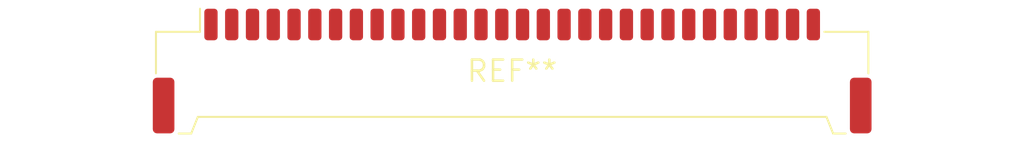
<source format=kicad_pcb>
(kicad_pcb (version 20240108) (generator pcbnew)
  (layers (0 "F.Cu" signal) (31 "B.Cu" signal) (34 "B.Paste" user) (35 "F.Paste" user) (36 "B.SilkS" user "B.Silkscreen") (37 "F.SilkS" user "F.Silkscreen") (38 "B.Mask" user) (39 "F.Mask" user) (44 "Edge.Cuts" user))
  (net 0 "")
  (footprint "Molex_Panelmate_53780-3070_1x30-1MP_P1.25mm_Horizontal" (layer "F.Cu") (at 0 0)
    (property "Reference" "REF**")
    (property "Value" "Molex_Panelmate_53780-3070_1x30-1MP_P1.25mm_Horizontal")
    (fp_line (start -21.435 -2.36) (end -18.785 -2.36) (layer "F.SilkS") (stroke (width 0.12)))
    (fp_line (start -21.435 0.14) (end -21.435 -2.36) (layer "F.SilkS") (stroke (width 0.12)))
    (fp_line (start -20.065 3.76) (end -19.315 3.76) (layer "F.SilkS") (stroke (width 0.12)))
    (fp_line (start -19.315 3.76) (end -18.915 2.76) (layer "F.SilkS") (stroke (width 0.12)))
    (fp_line (start -18.915 2.76) (end 18.915 2.76) (layer "F.SilkS") (stroke (width 0.12)))
    (fp_line (start -18.785 -2.36) (end -18.785 -3.75) (layer "F.SilkS") (stroke (width 0.12)))
    (fp_line (start 18.915 2.76) (end 19.315 3.76) (layer "F.SilkS") (stroke (width 0.12)))
    (fp_line (start 19.315 3.76) (end 20.065 3.76) (layer "F.SilkS") (stroke (width 0.12)))
    (fp_line (start 21.435 -2.36) (end 18.785 -2.36) (layer "F.SilkS") (stroke (width 0.12)))
    (fp_line (start 21.435 0.14) (end 21.435 -2.36) (layer "F.SilkS") (stroke (width 0.12)))
    (pad "1" smd roundrect (at -18.125 -2.8) (size 0.8 1.9) (layers "F.Cu" "F.Paste" "F.Mask"))
    (pad "2" smd roundrect (at -16.875 -2.8) (size 0.8 1.9) (layers "F.Cu" "F.Paste" "F.Mask"))
    (pad "3" smd roundrect (at -15.625 -2.8) (size 0.8 1.9) (layers "F.Cu" "F.Paste" "F.Mask"))
    (pad "4" smd roundrect (at -14.375 -2.8) (size 0.8 1.9) (layers "F.Cu" "F.Paste" "F.Mask"))
    (pad "5" smd roundrect (at -13.125 -2.8) (size 0.8 1.9) (layers "F.Cu" "F.Paste" "F.Mask"))
    (pad "6" smd roundrect (at -11.875 -2.8) (size 0.8 1.9) (layers "F.Cu" "F.Paste" "F.Mask"))
    (pad "7" smd roundrect (at -10.625 -2.8) (size 0.8 1.9) (layers "F.Cu" "F.Paste" "F.Mask"))
    (pad "8" smd roundrect (at -9.375 -2.8) (size 0.8 1.9) (layers "F.Cu" "F.Paste" "F.Mask"))
    (pad "9" smd roundrect (at -8.125 -2.8) (size 0.8 1.9) (layers "F.Cu" "F.Paste" "F.Mask"))
    (pad "10" smd roundrect (at -6.875 -2.8) (size 0.8 1.9) (layers "F.Cu" "F.Paste" "F.Mask"))
    (pad "11" smd roundrect (at -5.625 -2.8) (size 0.8 1.9) (layers "F.Cu" "F.Paste" "F.Mask"))
    (pad "12" smd roundrect (at -4.375 -2.8) (size 0.8 1.9) (layers "F.Cu" "F.Paste" "F.Mask"))
    (pad "13" smd roundrect (at -3.125 -2.8) (size 0.8 1.9) (layers "F.Cu" "F.Paste" "F.Mask"))
    (pad "14" smd roundrect (at -1.875 -2.8) (size 0.8 1.9) (layers "F.Cu" "F.Paste" "F.Mask"))
    (pad "15" smd roundrect (at -0.625 -2.8) (size 0.8 1.9) (layers "F.Cu" "F.Paste" "F.Mask"))
    (pad "16" smd roundrect (at 0.625 -2.8) (size 0.8 1.9) (layers "F.Cu" "F.Paste" "F.Mask"))
    (pad "17" smd roundrect (at 1.875 -2.8) (size 0.8 1.9) (layers "F.Cu" "F.Paste" "F.Mask"))
    (pad "18" smd roundrect (at 3.125 -2.8) (size 0.8 1.9) (layers "F.Cu" "F.Paste" "F.Mask"))
    (pad "19" smd roundrect (at 4.375 -2.8) (size 0.8 1.9) (layers "F.Cu" "F.Paste" "F.Mask"))
    (pad "20" smd roundrect (at 5.625 -2.8) (size 0.8 1.9) (layers "F.Cu" "F.Paste" "F.Mask"))
    (pad "21" smd roundrect (at 6.875 -2.8) (size 0.8 1.9) (layers "F.Cu" "F.Paste" "F.Mask"))
    (pad "22" smd roundrect (at 8.125 -2.8) (size 0.8 1.9) (layers "F.Cu" "F.Paste" "F.Mask"))
    (pad "23" smd roundrect (at 9.375 -2.8) (size 0.8 1.9) (layers "F.Cu" "F.Paste" "F.Mask"))
    (pad "24" smd roundrect (at 10.625 -2.8) (size 0.8 1.9) (layers "F.Cu" "F.Paste" "F.Mask"))
    (pad "25" smd roundrect (at 11.875 -2.8) (size 0.8 1.9) (layers "F.Cu" "F.Paste" "F.Mask"))
    (pad "26" smd roundrect (at 13.125 -2.8) (size 0.8 1.9) (layers "F.Cu" "F.Paste" "F.Mask"))
    (pad "27" smd roundrect (at 14.375 -2.8) (size 0.8 1.9) (layers "F.Cu" "F.Paste" "F.Mask"))
    (pad "28" smd roundrect (at 15.625 -2.8) (size 0.8 1.9) (layers "F.Cu" "F.Paste" "F.Mask"))
    (pad "29" smd roundrect (at 16.875 -2.8) (size 0.8 1.9) (layers "F.Cu" "F.Paste" "F.Mask"))
    (pad "30" smd roundrect (at 18.125 -2.8) (size 0.8 1.9) (layers "F.Cu" "F.Paste" "F.Mask"))
    (pad "MP" smd roundrect (at -20.975 2.075) (size 1.3 3.35) (layers "F.Cu" "F.Paste" "F.Mask") (roundrect_rratio 0.192308))
    (pad "MP" smd roundrect (at 20.975 2.075) (size 1.3 3.35) (layers "F.Cu" "F.Paste" "F.Mask") (roundrect_rratio 0.192308))
  )
)
</source>
